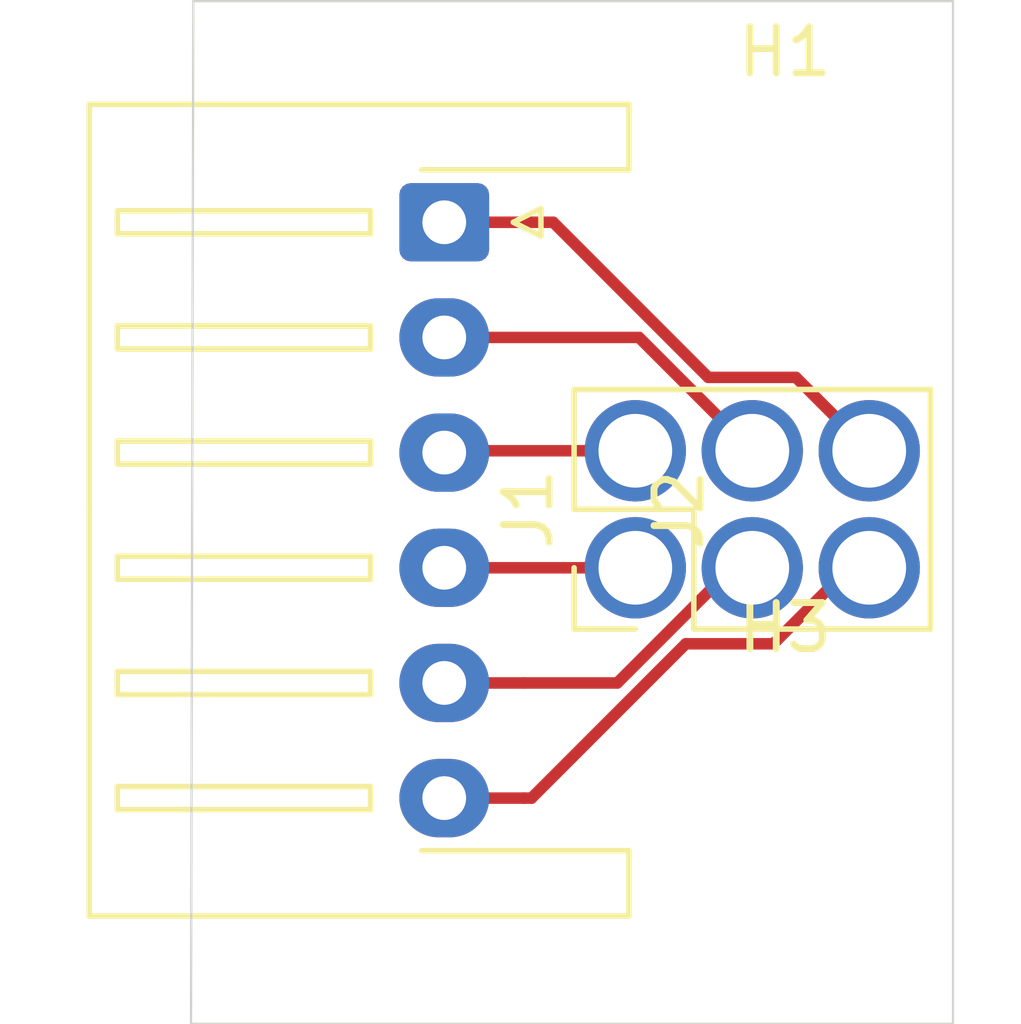
<source format=kicad_pcb>
(kicad_pcb (version 20171130) (host pcbnew "(5.1.4)-1")

  (general
    (thickness 1.6)
    (drawings 5)
    (tracks 21)
    (zones 0)
    (modules 4)
    (nets 7)
  )

  (page A4)
  (layers
    (0 F.Cu signal)
    (31 B.Cu signal)
    (32 B.Adhes user)
    (33 F.Adhes user)
    (34 B.Paste user)
    (35 F.Paste user)
    (36 B.SilkS user)
    (37 F.SilkS user)
    (38 B.Mask user)
    (39 F.Mask user)
    (40 Dwgs.User user)
    (41 Cmts.User user)
    (42 Eco1.User user)
    (43 Eco2.User user)
    (44 Edge.Cuts user)
    (45 Margin user)
    (46 B.CrtYd user)
    (47 F.CrtYd user)
    (48 B.Fab user)
    (49 F.Fab user)
  )

  (setup
    (last_trace_width 0.25)
    (trace_clearance 0.2)
    (zone_clearance 0.508)
    (zone_45_only no)
    (trace_min 0.2)
    (via_size 0.8)
    (via_drill 0.4)
    (via_min_size 0.4)
    (via_min_drill 0.3)
    (uvia_size 0.3)
    (uvia_drill 0.1)
    (uvias_allowed no)
    (uvia_min_size 0.2)
    (uvia_min_drill 0.1)
    (edge_width 0.05)
    (segment_width 0.2)
    (pcb_text_width 0.3)
    (pcb_text_size 1.5 1.5)
    (mod_edge_width 0.12)
    (mod_text_size 1 1)
    (mod_text_width 0.15)
    (pad_size 2.7 2.7)
    (pad_drill 2.7)
    (pad_to_mask_clearance 0.051)
    (solder_mask_min_width 0.25)
    (aux_axis_origin 0 0)
    (visible_elements 7FFFFFFF)
    (pcbplotparams
      (layerselection 0x010fc_ffffffff)
      (usegerberextensions true)
      (usegerberattributes false)
      (usegerberadvancedattributes false)
      (creategerberjobfile false)
      (excludeedgelayer true)
      (linewidth 0.100000)
      (plotframeref false)
      (viasonmask false)
      (mode 1)
      (useauxorigin false)
      (hpglpennumber 1)
      (hpglpenspeed 20)
      (hpglpendiameter 15.000000)
      (psnegative false)
      (psa4output false)
      (plotreference true)
      (plotvalue true)
      (plotinvisibletext false)
      (padsonsilk false)
      (subtractmaskfromsilk false)
      (outputformat 1)
      (mirror false)
      (drillshape 0)
      (scaleselection 1)
      (outputdirectory "gerber/"))
  )

  (net 0 "")
  (net 1 "Net-(J1-Pad1)")
  (net 2 "Net-(J1-Pad2)")
  (net 3 "Net-(J1-Pad3)")
  (net 4 "Net-(J1-Pad4)")
  (net 5 "Net-(J1-Pad5)")
  (net 6 "Net-(J1-Pad6)")

  (net_class Default "This is the default net class."
    (clearance 0.2)
    (trace_width 0.25)
    (via_dia 0.8)
    (via_drill 0.4)
    (uvia_dia 0.3)
    (uvia_drill 0.1)
    (add_net "Net-(J1-Pad1)")
    (add_net "Net-(J1-Pad2)")
    (add_net "Net-(J1-Pad3)")
    (add_net "Net-(J1-Pad4)")
    (add_net "Net-(J1-Pad5)")
    (add_net "Net-(J1-Pad6)")
  )

  (module Connector_JST:JST_XH_S6B-XH-A-1_1x06_P2.50mm_Horizontal (layer F.Cu) (tedit 5C281476) (tstamp 5DF8DDFB)
    (at 10.45 10.8 270)
    (descr "JST XH series connector, S6B-XH-A-1 (http://www.jst-mfg.com/product/pdf/eng/eXH.pdf), generated with kicad-footprint-generator")
    (tags "connector JST XH horizontal")
    (path /5DF87E4D)
    (fp_text reference J2 (at 6.25 -5.1 90) (layer F.SilkS)
      (effects (font (size 1 1) (thickness 0.15)))
    )
    (fp_text value Conn_01x06 (at 6.25 8.8 90) (layer F.Fab)
      (effects (font (size 1 1) (thickness 0.15)))
    )
    (fp_line (start -2.95 -4.4) (end -2.95 8.1) (layer F.CrtYd) (width 0.05))
    (fp_line (start -2.95 8.1) (end 15.45 8.1) (layer F.CrtYd) (width 0.05))
    (fp_line (start 15.45 8.1) (end 15.45 -4.4) (layer F.CrtYd) (width 0.05))
    (fp_line (start 15.45 -4.4) (end -2.95 -4.4) (layer F.CrtYd) (width 0.05))
    (fp_line (start 6.25 7.71) (end -2.56 7.71) (layer F.SilkS) (width 0.12))
    (fp_line (start -2.56 7.71) (end -2.56 -4.01) (layer F.SilkS) (width 0.12))
    (fp_line (start -2.56 -4.01) (end -1.14 -4.01) (layer F.SilkS) (width 0.12))
    (fp_line (start -1.14 -4.01) (end -1.14 0.49) (layer F.SilkS) (width 0.12))
    (fp_line (start 6.25 7.71) (end 15.06 7.71) (layer F.SilkS) (width 0.12))
    (fp_line (start 15.06 7.71) (end 15.06 -4.01) (layer F.SilkS) (width 0.12))
    (fp_line (start 15.06 -4.01) (end 13.64 -4.01) (layer F.SilkS) (width 0.12))
    (fp_line (start 13.64 -4.01) (end 13.64 0.49) (layer F.SilkS) (width 0.12))
    (fp_line (start 6.25 7.6) (end -2.45 7.6) (layer F.Fab) (width 0.1))
    (fp_line (start -2.45 7.6) (end -2.45 -3.9) (layer F.Fab) (width 0.1))
    (fp_line (start -2.45 -3.9) (end -1.25 -3.9) (layer F.Fab) (width 0.1))
    (fp_line (start -1.25 -3.9) (end -1.25 0.6) (layer F.Fab) (width 0.1))
    (fp_line (start -1.25 0.6) (end 6.25 0.6) (layer F.Fab) (width 0.1))
    (fp_line (start 6.25 7.6) (end 14.95 7.6) (layer F.Fab) (width 0.1))
    (fp_line (start 14.95 7.6) (end 14.95 -3.9) (layer F.Fab) (width 0.1))
    (fp_line (start 14.95 -3.9) (end 13.75 -3.9) (layer F.Fab) (width 0.1))
    (fp_line (start 13.75 -3.9) (end 13.75 0.6) (layer F.Fab) (width 0.1))
    (fp_line (start 13.75 0.6) (end 6.25 0.6) (layer F.Fab) (width 0.1))
    (fp_line (start -0.25 1.6) (end -0.25 7.1) (layer F.SilkS) (width 0.12))
    (fp_line (start -0.25 7.1) (end 0.25 7.1) (layer F.SilkS) (width 0.12))
    (fp_line (start 0.25 7.1) (end 0.25 1.6) (layer F.SilkS) (width 0.12))
    (fp_line (start 0.25 1.6) (end -0.25 1.6) (layer F.SilkS) (width 0.12))
    (fp_line (start 2.25 1.6) (end 2.25 7.1) (layer F.SilkS) (width 0.12))
    (fp_line (start 2.25 7.1) (end 2.75 7.1) (layer F.SilkS) (width 0.12))
    (fp_line (start 2.75 7.1) (end 2.75 1.6) (layer F.SilkS) (width 0.12))
    (fp_line (start 2.75 1.6) (end 2.25 1.6) (layer F.SilkS) (width 0.12))
    (fp_line (start 4.75 1.6) (end 4.75 7.1) (layer F.SilkS) (width 0.12))
    (fp_line (start 4.75 7.1) (end 5.25 7.1) (layer F.SilkS) (width 0.12))
    (fp_line (start 5.25 7.1) (end 5.25 1.6) (layer F.SilkS) (width 0.12))
    (fp_line (start 5.25 1.6) (end 4.75 1.6) (layer F.SilkS) (width 0.12))
    (fp_line (start 7.25 1.6) (end 7.25 7.1) (layer F.SilkS) (width 0.12))
    (fp_line (start 7.25 7.1) (end 7.75 7.1) (layer F.SilkS) (width 0.12))
    (fp_line (start 7.75 7.1) (end 7.75 1.6) (layer F.SilkS) (width 0.12))
    (fp_line (start 7.75 1.6) (end 7.25 1.6) (layer F.SilkS) (width 0.12))
    (fp_line (start 9.75 1.6) (end 9.75 7.1) (layer F.SilkS) (width 0.12))
    (fp_line (start 9.75 7.1) (end 10.25 7.1) (layer F.SilkS) (width 0.12))
    (fp_line (start 10.25 7.1) (end 10.25 1.6) (layer F.SilkS) (width 0.12))
    (fp_line (start 10.25 1.6) (end 9.75 1.6) (layer F.SilkS) (width 0.12))
    (fp_line (start 12.25 1.6) (end 12.25 7.1) (layer F.SilkS) (width 0.12))
    (fp_line (start 12.25 7.1) (end 12.75 7.1) (layer F.SilkS) (width 0.12))
    (fp_line (start 12.75 7.1) (end 12.75 1.6) (layer F.SilkS) (width 0.12))
    (fp_line (start 12.75 1.6) (end 12.25 1.6) (layer F.SilkS) (width 0.12))
    (fp_line (start 0 -1.5) (end -0.3 -2.1) (layer F.SilkS) (width 0.12))
    (fp_line (start -0.3 -2.1) (end 0.3 -2.1) (layer F.SilkS) (width 0.12))
    (fp_line (start 0.3 -2.1) (end 0 -1.5) (layer F.SilkS) (width 0.12))
    (fp_line (start -0.625 0.6) (end 0 -0.4) (layer F.Fab) (width 0.1))
    (fp_line (start 0 -0.4) (end 0.625 0.6) (layer F.Fab) (width 0.1))
    (fp_text user %R (at 6.25 1.85 90) (layer F.Fab)
      (effects (font (size 1 1) (thickness 0.15)))
    )
    (pad 1 thru_hole roundrect (at 0 0 270) (size 1.7 1.95) (drill 0.95) (layers *.Cu *.Mask) (roundrect_rratio 0.147059)
      (net 6 "Net-(J1-Pad6)"))
    (pad 2 thru_hole oval (at 2.5 0 270) (size 1.7 1.95) (drill 0.95) (layers *.Cu *.Mask)
      (net 4 "Net-(J1-Pad4)"))
    (pad 3 thru_hole oval (at 5 0 270) (size 1.7 1.95) (drill 0.95) (layers *.Cu *.Mask)
      (net 2 "Net-(J1-Pad2)"))
    (pad 4 thru_hole oval (at 7.5 0 270) (size 1.7 1.95) (drill 0.95) (layers *.Cu *.Mask)
      (net 1 "Net-(J1-Pad1)"))
    (pad 5 thru_hole oval (at 10 0 270) (size 1.7 1.95) (drill 0.95) (layers *.Cu *.Mask)
      (net 3 "Net-(J1-Pad3)"))
    (pad 6 thru_hole oval (at 12.5 0 270) (size 1.7 1.95) (drill 0.95) (layers *.Cu *.Mask)
      (net 5 "Net-(J1-Pad5)"))
    (model ${KISYS3DMOD}/Connector_JST.3dshapes/JST_XH_S6B-XH-A-1_1x06_P2.50mm_Horizontal.wrl
      (at (xyz 0 0 0))
      (scale (xyz 1 1 1))
      (rotate (xyz 0 0 0))
    )
  )

  (module sense:PinHeader_2x03_P2.54mm_Vertical_pogo_connector (layer F.Cu) (tedit 5DF9DFC6) (tstamp 5DF9E33D)
    (at 14.6 18.3 90)
    (descr "Through hole straight pin header, 2x03, 2.54mm pitch, double rows")
    (tags "Through hole pin header THT 2x03 2.54mm double row")
    (path /5DF86478)
    (fp_text reference J1 (at 1.27 -2.33 90) (layer F.SilkS)
      (effects (font (size 1 1) (thickness 0.15)))
    )
    (fp_text value Conn_02x03_Odd_Even (at 1.27 7.41 90) (layer F.Fab)
      (effects (font (size 1 1) (thickness 0.15)))
    )
    (fp_text user %R (at 1.27 2.54 90) (layer F.Fab)
      (effects (font (size 1 1) (thickness 0.15)))
    )
    (fp_line (start 4.35 -1.8) (end -1.8 -1.8) (layer F.CrtYd) (width 0.05))
    (fp_line (start 4.35 6.85) (end 4.35 -1.8) (layer F.CrtYd) (width 0.05))
    (fp_line (start -1.8 6.85) (end 4.35 6.85) (layer F.CrtYd) (width 0.05))
    (fp_line (start -1.8 -1.8) (end -1.8 6.85) (layer F.CrtYd) (width 0.05))
    (fp_line (start -1.33 -1.33) (end 0 -1.33) (layer F.SilkS) (width 0.12))
    (fp_line (start -1.33 0) (end -1.33 -1.33) (layer F.SilkS) (width 0.12))
    (fp_line (start 1.27 -1.33) (end 3.87 -1.33) (layer F.SilkS) (width 0.12))
    (fp_line (start 1.27 1.27) (end 1.27 -1.33) (layer F.SilkS) (width 0.12))
    (fp_line (start -1.33 1.27) (end 1.27 1.27) (layer F.SilkS) (width 0.12))
    (fp_line (start 3.87 -1.33) (end 3.87 6.41) (layer F.SilkS) (width 0.12))
    (fp_line (start -1.33 1.27) (end -1.33 6.41) (layer F.SilkS) (width 0.12))
    (fp_line (start -1.33 6.41) (end 3.87 6.41) (layer F.SilkS) (width 0.12))
    (fp_line (start -1.27 0) (end 0 -1.27) (layer F.Fab) (width 0.1))
    (fp_line (start -1.27 6.35) (end -1.27 0) (layer F.Fab) (width 0.1))
    (fp_line (start 3.81 6.35) (end -1.27 6.35) (layer F.Fab) (width 0.1))
    (fp_line (start 3.81 -1.27) (end 3.81 6.35) (layer F.Fab) (width 0.1))
    (fp_line (start 0 -1.27) (end 3.81 -1.27) (layer F.Fab) (width 0.1))
    (pad 6 thru_hole circle (at 2.54 5.08 90) (size 2.2 2.2) (drill 1.6) (layers *.Cu *.Mask)
      (net 6 "Net-(J1-Pad6)"))
    (pad 5 thru_hole circle (at 0 5.08 90) (size 2.2 2.2) (drill 1.6) (layers *.Cu *.Mask)
      (net 5 "Net-(J1-Pad5)"))
    (pad 4 thru_hole circle (at 2.54 2.54 90) (size 2.2 2.2) (drill 1.6) (layers *.Cu *.Mask)
      (net 4 "Net-(J1-Pad4)"))
    (pad 3 thru_hole circle (at 0 2.54 90) (size 2.2 2.2) (drill 1.6) (layers *.Cu *.Mask)
      (net 3 "Net-(J1-Pad3)"))
    (pad 2 thru_hole circle (at 2.54 0 90) (size 2.2 2.2) (drill 1.6) (layers *.Cu *.Mask)
      (net 2 "Net-(J1-Pad2)"))
    (pad 1 thru_hole circle (at 0 0 90) (size 2.2 2.2) (drill 1.6) (layers *.Cu *.Mask)
      (net 1 "Net-(J1-Pad1)"))
    (model ${KISYS3DMOD}/Connector_PinHeader_2.54mm.3dshapes/PinHeader_2x03_P2.54mm_Vertical.wrl
      (at (xyz 0 0 0))
      (scale (xyz 1 1 1))
      (rotate (xyz 0 0 0))
    )
  )

  (module MountingHole:MountingHole_2.7mm (layer F.Cu) (tedit 56D1B4CB) (tstamp 5DF9F527)
    (at 17.85 23.3)
    (descr "Mounting Hole 2.7mm, no annular")
    (tags "mounting hole 2.7mm no annular")
    (path /5DF8F568)
    (attr virtual)
    (fp_text reference H3 (at 0 -3.7) (layer F.SilkS)
      (effects (font (size 1 1) (thickness 0.15)))
    )
    (fp_text value MountingHole (at 0 3.7) (layer F.Fab)
      (effects (font (size 1 1) (thickness 0.15)))
    )
    (fp_circle (center 0 0) (end 2.95 0) (layer F.CrtYd) (width 0.05))
    (fp_circle (center 0 0) (end 2.7 0) (layer Cmts.User) (width 0.15))
    (fp_text user %R (at 0.3 0) (layer F.Fab)
      (effects (font (size 1 1) (thickness 0.15)))
    )
    (pad 1 np_thru_hole circle (at 0 0) (size 2.7 2.7) (drill 2.7) (layers *.Cu *.Mask))
  )

  (module MountingHole:MountingHole_2.7mm (layer F.Cu) (tedit 5DF9E013) (tstamp 5DF9F50A)
    (at 17.85 10.8)
    (descr "Mounting Hole 2.7mm, no annular")
    (tags "mounting hole 2.7mm no annular")
    (path /5DF8EF4A)
    (attr virtual)
    (fp_text reference H1 (at 0 -3.7) (layer F.SilkS)
      (effects (font (size 1 1) (thickness 0.15)))
    )
    (fp_text value MountingHole (at 0 3.7) (layer F.Fab)
      (effects (font (size 1 1) (thickness 0.15)))
    )
    (fp_circle (center 0 0) (end 2.95 0) (layer F.CrtYd) (width 0.05))
    (fp_circle (center 0 0) (end 2.7 0) (layer Cmts.User) (width 0.15))
    (fp_text user %R (at 0.3 0) (layer F.Fab)
      (effects (font (size 1 1) (thickness 0.15)))
    )
    (pad "" np_thru_hole circle (at 0 0) (size 2.7 2.7) (drill 2.7) (layers *.Cu *.Mask))
  )

  (gr_line (start 21.5 28.2) (end 21.5 28.1) (layer Edge.Cuts) (width 0.05) (tstamp 5DF9FA8F))
  (gr_line (start 4.95 28.2) (end 21.5 28.2) (layer Edge.Cuts) (width 0.05))
  (gr_line (start 5 6) (end 4.95 28.2) (layer Edge.Cuts) (width 0.05) (tstamp 5DF9F8EB))
  (gr_line (start 21.5 28.1) (end 21.5 6) (layer Edge.Cuts) (width 0.05) (tstamp 5DF9F8E1))
  (gr_line (start 21.5 6) (end 5 6) (layer Edge.Cuts) (width 0.05))

  (segment (start 13.044366 18.3) (end 10.95 18.3) (width 0.25) (layer F.Cu) (net 1))
  (segment (start 14.6 18.3) (end 13.044366 18.3) (width 0.25) (layer F.Cu) (net 1))
  (segment (start 10.99 15.76) (end 10.95 15.8) (width 0.25) (layer F.Cu) (net 2))
  (segment (start 14.6 15.76) (end 10.99 15.76) (width 0.25) (layer F.Cu) (net 2))
  (segment (start 12.175 20.8) (end 10.95 20.8) (width 0.25) (layer F.Cu) (net 3))
  (segment (start 14.209002 20.8) (end 12.175 20.8) (width 0.25) (layer F.Cu) (net 3))
  (segment (start 16.709002 18.3) (end 14.209002 20.8) (width 0.25) (layer F.Cu) (net 3))
  (segment (start 17.14 18.3) (end 16.709002 18.3) (width 0.25) (layer F.Cu) (net 3))
  (segment (start 17.14 15.76) (end 16.931002 15.76) (width 0.25) (layer F.Cu) (net 4))
  (segment (start 14.68 13.3) (end 10.95 13.3) (width 0.25) (layer F.Cu) (net 4))
  (segment (start 17.14 15.76) (end 14.68 13.3) (width 0.25) (layer F.Cu) (net 4))
  (segment (start 19.249002 18.3) (end 17.599002 19.95) (width 0.25) (layer F.Cu) (net 5))
  (segment (start 19.68 18.3) (end 19.249002 18.3) (width 0.25) (layer F.Cu) (net 5))
  (segment (start 12.175 23.3) (end 10.95 23.3) (width 0.25) (layer F.Cu) (net 5))
  (segment (start 12.345412 23.3) (end 12.175 23.3) (width 0.25) (layer F.Cu) (net 5))
  (segment (start 15.695412 19.95) (end 12.345412 23.3) (width 0.25) (layer F.Cu) (net 5))
  (segment (start 17.599002 19.95) (end 15.695412 19.95) (width 0.25) (layer F.Cu) (net 5))
  (segment (start 19.68 15.76) (end 18.086795 14.166795) (width 0.25) (layer F.Cu) (net 6))
  (segment (start 18.086795 14.166795) (end 16.183205 14.166795) (width 0.25) (layer F.Cu) (net 6))
  (segment (start 12.81641 10.8) (end 10.95 10.8) (width 0.25) (layer F.Cu) (net 6))
  (segment (start 16.183205 14.166795) (end 12.81641 10.8) (width 0.25) (layer F.Cu) (net 6))

)

</source>
